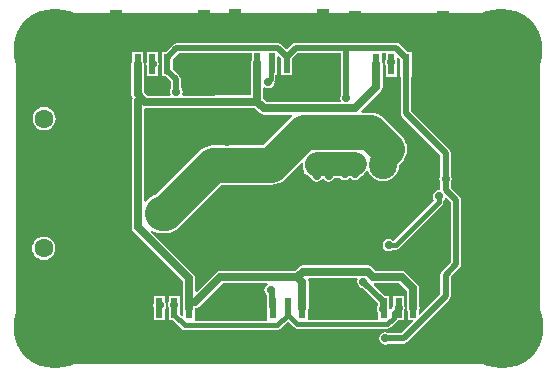
<source format=gbl>
G04*
G04 #@! TF.GenerationSoftware,Altium Limited,Altium Designer,21.6.1 (37)*
G04*
G04 Layer_Physical_Order=2*
G04 Layer_Color=16711680*
%FSLAX44Y44*%
%MOMM*%
G71*
G04*
G04 #@! TF.SameCoordinates,4777B8CB-E48F-4368-B68D-2058CC3BE4D0*
G04*
G04*
G04 #@! TF.FilePolarity,Positive*
G04*
G01*
G75*
%ADD31C,2.0000*%
%ADD32C,0.4000*%
%ADD34C,0.5000*%
%ADD35C,2.4000*%
G04:AMPARAMS|DCode=36|XSize=2.4mm|YSize=2.4mm|CornerRadius=0.36mm|HoleSize=0mm|Usage=FLASHONLY|Rotation=180.000|XOffset=0mm|YOffset=0mm|HoleType=Round|Shape=RoundedRectangle|*
%AMROUNDEDRECTD36*
21,1,2.4000,1.6800,0,0,180.0*
21,1,1.6800,2.4000,0,0,180.0*
1,1,0.7200,-0.8400,0.8400*
1,1,0.7200,0.8400,0.8400*
1,1,0.7200,0.8400,-0.8400*
1,1,0.7200,-0.8400,-0.8400*
%
%ADD36ROUNDEDRECTD36*%
%ADD37C,1.6000*%
G04:AMPARAMS|DCode=38|XSize=2.4mm|YSize=2.4mm|CornerRadius=0.6mm|HoleSize=0mm|Usage=FLASHONLY|Rotation=0.000|XOffset=0mm|YOffset=0mm|HoleType=Round|Shape=RoundedRectangle|*
%AMROUNDEDRECTD38*
21,1,2.4000,1.2000,0,0,0.0*
21,1,1.2000,2.4000,0,0,0.0*
1,1,1.2000,0.6000,-0.6000*
1,1,1.2000,-0.6000,-0.6000*
1,1,1.2000,-0.6000,0.6000*
1,1,1.2000,0.6000,0.6000*
%
%ADD38ROUNDEDRECTD38*%
%ADD39C,7.0000*%
%ADD40C,0.7000*%
%ADD41R,1.8200X1.1500*%
%ADD42R,1.0000X2.7000*%
%ADD43R,0.6000X1.7000*%
%ADD44C,0.7000*%
%ADD45C,3.0000*%
G36*
X1719000Y2834666D02*
X1719000Y2607000D01*
X1686000Y2574000D01*
X1299000D01*
X1275000Y2598000D01*
X1275000Y2835000D01*
X1312000Y2872000D01*
X1691000Y2872000D01*
X1719000Y2834666D01*
D02*
G37*
%LPC*%
G36*
X1597000Y2846282D02*
X1512000D01*
X1510361Y2845956D01*
X1508972Y2845028D01*
X1504500Y2840556D01*
X1500328Y2844728D01*
X1498939Y2845656D01*
X1497300Y2845982D01*
X1411200D01*
X1409561Y2845656D01*
X1408172Y2844728D01*
X1401894Y2838450D01*
X1398550D01*
Y2818050D01*
X1401894D01*
X1406335Y2813609D01*
Y2807378D01*
X1406102Y2807029D01*
X1405698Y2805000D01*
X1406102Y2802971D01*
X1406268Y2802722D01*
X1405670Y2801602D01*
X1386896D01*
X1383552Y2804946D01*
Y2828250D01*
X1383148Y2830279D01*
X1382950Y2830576D01*
Y2838450D01*
X1373550D01*
Y2830576D01*
X1373352Y2830279D01*
X1372948Y2828250D01*
Y2802750D01*
X1373352Y2800721D01*
X1374242Y2799388D01*
X1373902Y2798879D01*
X1373498Y2796850D01*
Y2690034D01*
X1373902Y2688004D01*
X1375051Y2686284D01*
X1416448Y2644887D01*
Y2626250D01*
Y2621750D01*
X1416852Y2619721D01*
X1417050Y2619424D01*
Y2615444D01*
X1415877Y2614958D01*
X1413950Y2616885D01*
Y2622424D01*
X1414148Y2622721D01*
X1414552Y2624750D01*
X1414148Y2626779D01*
X1413950Y2627076D01*
Y2631950D01*
X1404550D01*
Y2627076D01*
X1404352Y2626779D01*
X1403948Y2624750D01*
X1404352Y2622721D01*
X1404550Y2622424D01*
Y2611550D01*
X1408615D01*
X1415832Y2604333D01*
X1415832Y2604332D01*
X1417056Y2603515D01*
X1418500Y2603228D01*
X1496000D01*
X1496000Y2603228D01*
X1497444Y2603515D01*
X1498668Y2604332D01*
X1505250Y2610915D01*
X1510832Y2605333D01*
X1510832Y2605332D01*
X1512056Y2604515D01*
X1513500Y2604228D01*
X1513500Y2604228D01*
X1589732D01*
X1589733Y2604228D01*
X1591176Y2604515D01*
X1592400Y2605332D01*
X1597934Y2610866D01*
X1597934Y2610866D01*
X1598391Y2611550D01*
X1603950D01*
Y2619424D01*
X1604148Y2619721D01*
X1604552Y2621750D01*
X1604148Y2623779D01*
X1603950Y2624076D01*
Y2631950D01*
X1594550D01*
Y2624076D01*
X1594352Y2623779D01*
X1593956Y2621791D01*
X1592720Y2620555D01*
X1592215Y2620623D01*
X1591450Y2621001D01*
Y2631950D01*
X1587546D01*
X1578067Y2641428D01*
X1578594Y2642698D01*
X1599804D01*
X1605948Y2636554D01*
Y2622250D01*
X1606352Y2620221D01*
X1607050Y2619176D01*
Y2611550D01*
X1611274D01*
X1611760Y2610377D01*
X1601666Y2600282D01*
X1590951D01*
X1590029Y2600898D01*
X1588000Y2601302D01*
X1585971Y2600898D01*
X1584251Y2599749D01*
X1583102Y2598029D01*
X1582698Y2596000D01*
X1583102Y2593971D01*
X1584251Y2592251D01*
X1585971Y2591102D01*
X1588000Y2590698D01*
X1590029Y2591102D01*
X1590951Y2591718D01*
X1603440D01*
X1605078Y2592044D01*
X1606468Y2592972D01*
X1642028Y2628532D01*
X1642956Y2629922D01*
X1643282Y2631560D01*
Y2648195D01*
X1650758Y2655670D01*
X1651686Y2657060D01*
X1652012Y2658699D01*
Y2713159D01*
X1651686Y2714798D01*
X1650758Y2716187D01*
X1643282Y2723663D01*
Y2728049D01*
X1643898Y2728971D01*
X1644302Y2731000D01*
X1643898Y2733029D01*
X1643282Y2733951D01*
Y2753264D01*
X1642956Y2754903D01*
X1642028Y2756293D01*
X1609782Y2788539D01*
Y2817800D01*
X1610200D01*
Y2838200D01*
X1606856D01*
X1600028Y2845028D01*
X1598639Y2845956D01*
X1597000Y2846282D01*
D02*
G37*
G36*
X1395450Y2838450D02*
X1386050D01*
Y2830269D01*
X1385698Y2828500D01*
X1386050Y2826731D01*
Y2818050D01*
X1395450D01*
Y2825800D01*
X1395898Y2826471D01*
X1396302Y2828500D01*
X1395898Y2830529D01*
X1395450Y2831200D01*
Y2838450D01*
D02*
G37*
G36*
X1299178Y2792026D02*
X1296646Y2791692D01*
X1294286Y2790715D01*
X1292260Y2789160D01*
X1290705Y2787134D01*
X1289728Y2784774D01*
X1289394Y2782242D01*
X1289728Y2779710D01*
X1290705Y2777350D01*
X1292260Y2775324D01*
X1294286Y2773769D01*
X1296646Y2772792D01*
X1299178Y2772458D01*
X1301710Y2772792D01*
X1304070Y2773769D01*
X1306096Y2775324D01*
X1307651Y2777350D01*
X1308628Y2779710D01*
X1308962Y2782242D01*
X1308628Y2784774D01*
X1307651Y2787134D01*
X1306096Y2789160D01*
X1304070Y2790715D01*
X1301710Y2791692D01*
X1299178Y2792026D01*
D02*
G37*
G36*
X1298670Y2682044D02*
X1296138Y2681710D01*
X1293778Y2680733D01*
X1291752Y2679178D01*
X1290197Y2677152D01*
X1289220Y2674792D01*
X1288886Y2672260D01*
X1289220Y2669728D01*
X1290197Y2667368D01*
X1291752Y2665342D01*
X1293778Y2663787D01*
X1296138Y2662810D01*
X1298670Y2662476D01*
X1301202Y2662810D01*
X1303562Y2663787D01*
X1305588Y2665342D01*
X1307143Y2667368D01*
X1308120Y2669728D01*
X1308454Y2672260D01*
X1308120Y2674792D01*
X1307143Y2677152D01*
X1305588Y2679178D01*
X1303562Y2680733D01*
X1301202Y2681710D01*
X1298670Y2682044D01*
D02*
G37*
G36*
X1401450Y2631950D02*
X1392050D01*
Y2625769D01*
X1391698Y2624000D01*
X1392050Y2622231D01*
Y2611550D01*
X1401450D01*
Y2621300D01*
X1401898Y2621971D01*
X1402302Y2624000D01*
X1401898Y2626029D01*
X1401450Y2626700D01*
Y2631950D01*
D02*
G37*
%LPD*%
G36*
X1550218Y2821246D02*
X1550544Y2819607D01*
X1550718Y2819346D01*
Y2802401D01*
X1550102Y2801479D01*
X1549698Y2799450D01*
X1550102Y2797421D01*
X1550268Y2797172D01*
X1549669Y2796052D01*
X1487446D01*
X1484802Y2798696D01*
Y2808024D01*
X1486072Y2808702D01*
X1486971Y2808102D01*
X1489000Y2807698D01*
X1491029Y2808102D01*
X1492749Y2809251D01*
X1493898Y2810971D01*
X1494302Y2813000D01*
X1494134Y2813843D01*
X1494485Y2814368D01*
X1494772Y2815812D01*
Y2818800D01*
X1496700D01*
Y2834585D01*
X1497873Y2835071D01*
X1499800Y2833144D01*
Y2818800D01*
X1509200D01*
Y2833144D01*
X1513774Y2837718D01*
X1550218D01*
Y2821246D01*
D02*
G37*
G36*
X1474800Y2831326D02*
X1474602Y2831029D01*
X1474198Y2829000D01*
Y2801802D01*
X1443548D01*
X1442543Y2801602D01*
X1416331D01*
X1415732Y2802722D01*
X1415898Y2802971D01*
X1416302Y2805000D01*
X1415898Y2807029D01*
X1414900Y2808524D01*
Y2815383D01*
X1414574Y2817021D01*
X1413645Y2818411D01*
X1407950Y2824106D01*
Y2832394D01*
X1412974Y2837418D01*
X1474800D01*
Y2831326D01*
D02*
G37*
G36*
X1481501Y2787001D02*
X1483221Y2785852D01*
X1485250Y2785448D01*
X1509060D01*
X1509514Y2784178D01*
X1507367Y2782416D01*
X1484582Y2759631D01*
X1456200D01*
X1453600Y2759375D01*
X1451000Y2759631D01*
X1442233D01*
X1438959Y2759308D01*
X1435811Y2758353D01*
X1432910Y2756803D01*
X1430367Y2754716D01*
X1393405Y2717754D01*
X1392578Y2717503D01*
X1389677Y2715953D01*
X1387134Y2713866D01*
X1385372Y2711718D01*
X1384102Y2712173D01*
Y2790507D01*
X1384700Y2790998D01*
X1443348D01*
X1444354Y2791198D01*
X1477304D01*
X1481501Y2787001D01*
D02*
G37*
G36*
X1588300Y2832326D02*
X1588102Y2832029D01*
X1587698Y2830000D01*
X1588102Y2827971D01*
X1588300Y2827674D01*
Y2817800D01*
X1597700D01*
Y2827674D01*
X1597898Y2827971D01*
X1598302Y2830000D01*
X1597898Y2832029D01*
X1597700Y2832326D01*
Y2833585D01*
X1598873Y2834071D01*
X1600800Y2832144D01*
Y2817800D01*
X1601218D01*
Y2786765D01*
X1601544Y2785126D01*
X1602472Y2783737D01*
X1634718Y2751491D01*
Y2733951D01*
X1634102Y2733029D01*
X1633698Y2731000D01*
X1634102Y2728971D01*
X1634718Y2728049D01*
Y2722855D01*
X1633500Y2721802D01*
X1631471Y2721398D01*
X1629751Y2720249D01*
X1628602Y2718529D01*
X1628198Y2716500D01*
X1628602Y2714471D01*
X1629510Y2713112D01*
Y2712845D01*
X1595437Y2678773D01*
X1594714D01*
X1593029Y2679898D01*
X1591000Y2680302D01*
X1588971Y2679898D01*
X1587251Y2678749D01*
X1586102Y2677029D01*
X1585698Y2675000D01*
X1586102Y2672971D01*
X1587251Y2671251D01*
X1588971Y2670102D01*
X1591000Y2669698D01*
X1593029Y2670102D01*
X1594714Y2671227D01*
X1597000D01*
X1597000Y2671227D01*
X1598444Y2671515D01*
X1599668Y2672332D01*
X1635950Y2708615D01*
X1636768Y2709839D01*
X1637055Y2711282D01*
X1637055Y2711283D01*
Y2712621D01*
X1637249Y2712751D01*
X1638398Y2714471D01*
X1638461Y2714788D01*
X1639677Y2715157D01*
X1643448Y2711385D01*
Y2660472D01*
X1635972Y2652997D01*
X1635044Y2651607D01*
X1634718Y2649969D01*
Y2633334D01*
X1617623Y2616240D01*
X1616450Y2616726D01*
Y2619424D01*
X1616648Y2619721D01*
X1617052Y2621750D01*
X1616648Y2623779D01*
X1616552Y2623923D01*
Y2638750D01*
X1616148Y2640779D01*
X1614999Y2642499D01*
X1605749Y2651749D01*
X1604029Y2652898D01*
X1602000Y2653302D01*
X1579939D01*
X1576792Y2656449D01*
X1575072Y2657598D01*
X1573043Y2658002D01*
X1518349D01*
X1516320Y2657598D01*
X1514601Y2656449D01*
X1511453Y2653302D01*
X1448000D01*
X1445971Y2652898D01*
X1444251Y2651749D01*
X1428225Y2635723D01*
X1427052Y2636209D01*
Y2647084D01*
X1426648Y2649113D01*
X1425499Y2650833D01*
X1389779Y2686553D01*
X1390543Y2687584D01*
X1392578Y2686497D01*
X1395726Y2685542D01*
X1399000Y2685219D01*
X1401383D01*
X1404656Y2685542D01*
X1407804Y2686497D01*
X1410706Y2688047D01*
X1413248Y2690134D01*
X1449184Y2726069D01*
X1451000D01*
X1453600Y2726325D01*
X1456200Y2726069D01*
X1491533D01*
X1494806Y2726392D01*
X1497954Y2727346D01*
X1500856Y2728897D01*
X1503398Y2730984D01*
X1517169Y2744755D01*
X1518372Y2744161D01*
X1518199Y2742850D01*
X1518601Y2739796D01*
X1519200Y2738350D01*
Y2735400D01*
X1520969D01*
X1521655Y2734506D01*
X1524099Y2732630D01*
X1525092Y2732219D01*
X1525147Y2731943D01*
X1526296Y2730223D01*
X1528016Y2729074D01*
X1530045Y2728670D01*
X1532074Y2729074D01*
X1533794Y2730223D01*
X1534281Y2730952D01*
X1535809D01*
X1536296Y2730223D01*
X1538016Y2729074D01*
X1540045Y2728670D01*
X1542074Y2729074D01*
X1543794Y2730223D01*
X1544943Y2731943D01*
X1544964Y2732049D01*
X1549738D01*
X1549951Y2731729D01*
X1551672Y2730580D01*
X1553701Y2730176D01*
X1555730Y2730580D01*
X1557449Y2731729D01*
X1558555Y2731650D01*
X1560275Y2730501D01*
X1562304Y2730097D01*
X1564333Y2730501D01*
X1566053Y2731650D01*
X1567175Y2733330D01*
X1567901Y2733630D01*
X1570345Y2735505D01*
X1572005Y2737669D01*
X1573367Y2737698D01*
X1574033Y2736091D01*
X1576229Y2733229D01*
X1579091Y2731033D01*
X1582424Y2729653D01*
X1586000Y2729182D01*
X1589576Y2729653D01*
X1592909Y2731033D01*
X1595771Y2733229D01*
X1597967Y2736091D01*
X1599347Y2739424D01*
X1599818Y2743000D01*
X1599801Y2743134D01*
X1601442Y2744482D01*
X1603529Y2747025D01*
X1605080Y2749926D01*
X1606035Y2753074D01*
X1606357Y2756347D01*
X1606035Y2759621D01*
X1605080Y2762769D01*
X1603529Y2765670D01*
X1601442Y2768213D01*
X1587240Y2782416D01*
X1584697Y2784503D01*
X1581796Y2786053D01*
X1578648Y2787008D01*
X1575374Y2787331D01*
X1567988D01*
X1567502Y2788504D01*
X1584249Y2805251D01*
X1585398Y2806971D01*
X1585802Y2809000D01*
Y2828000D01*
X1585398Y2830029D01*
X1585200Y2830326D01*
Y2837718D01*
X1588300D01*
Y2832326D01*
D02*
G37*
G36*
X1564708Y2646278D02*
X1564541Y2646029D01*
X1564138Y2644000D01*
X1564541Y2641971D01*
X1565691Y2640251D01*
X1567411Y2639102D01*
X1568498Y2638885D01*
X1581718Y2625666D01*
Y2623951D01*
X1581102Y2623029D01*
X1580698Y2621000D01*
X1581102Y2618971D01*
X1582050Y2617552D01*
Y2611772D01*
X1522450D01*
Y2619424D01*
X1522648Y2619721D01*
X1523052Y2621750D01*
Y2643900D01*
X1522648Y2645928D01*
X1522415Y2646278D01*
X1523013Y2647398D01*
X1564109D01*
X1564708Y2646278D01*
D02*
G37*
G36*
X1488267Y2641428D02*
X1487251Y2640749D01*
X1486102Y2639029D01*
X1485698Y2637000D01*
X1486102Y2634971D01*
X1487251Y2633251D01*
X1487968Y2632772D01*
Y2622250D01*
X1488050Y2621837D01*
Y2611550D01*
X1487102Y2610772D01*
X1427398D01*
X1426450Y2611550D01*
Y2619424D01*
X1426648Y2619721D01*
X1427002Y2621498D01*
X1428779Y2621852D01*
X1430499Y2623001D01*
X1450196Y2642698D01*
X1487882D01*
X1488267Y2641428D01*
D02*
G37*
D31*
X1531000Y2743850D02*
X1562000D01*
X1530500Y2743350D02*
X1531000Y2743850D01*
X1530000Y2742850D02*
X1530500Y2743350D01*
D32*
X1591000Y2675000D02*
X1597000D01*
X1633282Y2711282D01*
Y2716282D02*
X1633500Y2716500D01*
X1633282Y2711282D02*
Y2716282D01*
X1513500Y2608000D02*
X1589733D01*
X1505250Y2616250D02*
X1513500Y2608000D01*
X1589733D02*
X1595266Y2613534D01*
Y2617766D02*
X1599250Y2621750D01*
X1595266Y2613534D02*
Y2617766D01*
X1409250Y2621750D02*
Y2624750D01*
X1418500Y2607000D02*
X1496000D01*
X1409250Y2616250D02*
X1418500Y2607000D01*
X1409250Y2616250D02*
Y2621750D01*
X1496000Y2607000D02*
X1505250Y2616250D01*
Y2621750D01*
X1491000Y2815812D02*
Y2828000D01*
X1492000Y2829000D01*
D34*
X1605500Y2786765D02*
X1639000Y2753264D01*
Y2721889D02*
Y2753264D01*
X1605500Y2786765D02*
Y2833500D01*
X1554500Y2821246D02*
X1555000Y2820746D01*
Y2799450D02*
Y2820746D01*
X1554500Y2821246D02*
Y2842000D01*
X1410617Y2805383D02*
X1411000Y2805000D01*
X1410617Y2805383D02*
Y2815383D01*
X1403250Y2822750D02*
Y2828250D01*
Y2822750D02*
X1410617Y2815383D01*
X1639000Y2649969D02*
X1647730Y2658699D01*
Y2713159D01*
X1639000Y2631560D02*
Y2649969D01*
Y2721889D02*
X1647730Y2713159D01*
X1603440Y2596000D02*
X1639000Y2631560D01*
X1547750Y2620750D02*
X1548750Y2621750D01*
X1574250D01*
X1586000Y2621000D02*
Y2627440D01*
X1588000Y2596000D02*
X1603440D01*
X1554500Y2842000D02*
X1597000D01*
X1512000D02*
X1554500D01*
X1597000D02*
X1605500Y2833500D01*
X1504500Y2834500D02*
X1512000Y2842000D01*
X1504500Y2829000D02*
Y2834500D01*
X1411200Y2841700D02*
X1497300D01*
X1504500Y2834500D01*
X1403250Y2833750D02*
X1411200Y2841700D01*
X1403250Y2828250D02*
Y2833750D01*
X1569440Y2644000D02*
X1586000Y2627440D01*
X1491000Y2636459D02*
Y2637000D01*
Y2636459D02*
X1492250Y2635209D01*
Y2622250D02*
Y2635209D01*
Y2622250D02*
X1492750Y2621750D01*
D35*
X1586000Y2743000D02*
D03*
X1399000Y2702000D02*
D03*
D36*
X1586000Y2694000D02*
D03*
D37*
X1636038Y2773480D02*
D03*
X1635530Y2663752D02*
D03*
X1299178Y2782242D02*
D03*
X1298670Y2672260D02*
D03*
D38*
X1399000Y2751000D02*
D03*
D39*
X1687000Y2606000D02*
D03*
X1686000Y2840000D02*
D03*
X1308000Y2606000D02*
D03*
Y2840000D02*
D03*
D40*
X1710001Y2800002D02*
D03*
Y2760002D02*
D03*
Y2740002D02*
D03*
Y2720002D02*
D03*
Y2700002D02*
D03*
Y2680002D02*
D03*
X1700001Y2800002D02*
D03*
Y2760002D02*
D03*
X1705001Y2750002D02*
D03*
X1700001Y2740002D02*
D03*
X1705001Y2730002D02*
D03*
X1700001Y2720002D02*
D03*
X1705001Y2710002D02*
D03*
X1700001Y2700002D02*
D03*
X1705001Y2690002D02*
D03*
X1700001Y2680002D02*
D03*
X1690001Y2760002D02*
D03*
X1695001Y2750002D02*
D03*
X1690001Y2740002D02*
D03*
X1695001Y2730002D02*
D03*
X1690001Y2720002D02*
D03*
X1695001Y2710002D02*
D03*
X1690001Y2700002D02*
D03*
X1695001Y2690002D02*
D03*
X1690001Y2680002D02*
D03*
X1680001Y2760002D02*
D03*
X1685001Y2750002D02*
D03*
X1680001Y2740002D02*
D03*
X1685001Y2730002D02*
D03*
X1680001Y2720002D02*
D03*
X1685001Y2710002D02*
D03*
X1680001Y2700002D02*
D03*
X1685001Y2690002D02*
D03*
X1680001Y2680002D02*
D03*
X1670001Y2800002D02*
D03*
Y2760002D02*
D03*
X1675001Y2750002D02*
D03*
X1670001Y2740002D02*
D03*
X1675001Y2730002D02*
D03*
X1670001Y2720002D02*
D03*
X1675001Y2710002D02*
D03*
X1670001Y2700002D02*
D03*
X1675001Y2690002D02*
D03*
X1670001Y2680002D02*
D03*
X1660001Y2800002D02*
D03*
Y2780002D02*
D03*
X1665001Y2770002D02*
D03*
Y2750002D02*
D03*
Y2730002D02*
D03*
Y2710002D02*
D03*
Y2690002D02*
D03*
X1660001Y2660002D02*
D03*
X1665001Y2650002D02*
D03*
X1660001Y2640002D02*
D03*
X1655001Y2810002D02*
D03*
X1650001Y2800002D02*
D03*
X1655001Y2790002D02*
D03*
X1650001Y2780002D02*
D03*
X1655001Y2650002D02*
D03*
X1650001Y2640002D02*
D03*
X1640001Y2840002D02*
D03*
X1645001Y2830002D02*
D03*
X1640001Y2820002D02*
D03*
X1645001Y2810002D02*
D03*
X1640001Y2800002D02*
D03*
X1645001Y2790002D02*
D03*
Y2610002D02*
D03*
Y2590002D02*
D03*
X1635001Y2810002D02*
D03*
Y2790002D02*
D03*
X1620001Y2660002D02*
D03*
X1625001Y2650002D02*
D03*
X1615001Y2670002D02*
D03*
X1610001Y2660002D02*
D03*
X1600001Y2860002D02*
D03*
X1605001Y2850002D02*
D03*
X1590001Y2860002D02*
D03*
X1580001D02*
D03*
X1570001Y2680002D02*
D03*
X1575001Y2590002D02*
D03*
X1560001Y2700002D02*
D03*
X1565001Y2690002D02*
D03*
X1560001Y2680002D02*
D03*
X1550001Y2860002D02*
D03*
X1555001Y2690002D02*
D03*
X1550001Y2680002D02*
D03*
X1540001D02*
D03*
X1535001Y2830002D02*
D03*
X1520001Y2860002D02*
D03*
X1525001Y2590002D02*
D03*
X1490001Y2780002D02*
D03*
X1495001Y2690002D02*
D03*
X1490001Y2660002D02*
D03*
X1480001Y2780002D02*
D03*
X1485001Y2690002D02*
D03*
X1480001Y2660002D02*
D03*
X1470001Y2780002D02*
D03*
X1475001Y2690002D02*
D03*
X1470001Y2660002D02*
D03*
X1460001Y2620002D02*
D03*
X1450001Y2860002D02*
D03*
X1455001Y2830002D02*
D03*
X1450001Y2620002D02*
D03*
X1445001Y2830002D02*
D03*
X1440001Y2620002D02*
D03*
X1435001Y2830002D02*
D03*
Y2690002D02*
D03*
X1420001Y2860002D02*
D03*
X1425001Y2830002D02*
D03*
Y2770002D02*
D03*
X1420001Y2760002D02*
D03*
X1425001Y2690002D02*
D03*
Y2590002D02*
D03*
X1410001Y2860002D02*
D03*
X1415001Y2770002D02*
D03*
X1410001Y2600002D02*
D03*
X1415001Y2590002D02*
D03*
X1400001Y2860002D02*
D03*
X1405001Y2850002D02*
D03*
Y2770002D02*
D03*
X1400001Y2600002D02*
D03*
X1405001Y2590002D02*
D03*
X1390001Y2860002D02*
D03*
X1395001Y2850002D02*
D03*
Y2770002D02*
D03*
Y2730002D02*
D03*
X1390001Y2600002D02*
D03*
X1395001Y2590002D02*
D03*
X1380001Y2860002D02*
D03*
X1385001Y2850002D02*
D03*
X1380001Y2600002D02*
D03*
X1385001Y2590002D02*
D03*
X1375001Y2850002D02*
D03*
X1370001Y2680002D02*
D03*
X1375001Y2630002D02*
D03*
Y2610002D02*
D03*
X1365001Y2810002D02*
D03*
X1360001Y2800002D02*
D03*
X1365001Y2790002D02*
D03*
X1360001Y2780002D02*
D03*
X1365001Y2770002D02*
D03*
X1360001Y2760002D02*
D03*
X1365001Y2750002D02*
D03*
X1360001Y2740002D02*
D03*
X1365001Y2730002D02*
D03*
X1360001Y2720002D02*
D03*
X1365001Y2710002D02*
D03*
X1360001Y2700002D02*
D03*
X1365001Y2690002D02*
D03*
X1360001Y2680002D02*
D03*
X1365001Y2670002D02*
D03*
X1360001Y2660002D02*
D03*
X1365001Y2650002D02*
D03*
X1360001Y2640002D02*
D03*
X1365001Y2630002D02*
D03*
X1355001Y2810002D02*
D03*
X1350001Y2800002D02*
D03*
X1355001Y2790002D02*
D03*
X1350001Y2780002D02*
D03*
X1355001Y2770002D02*
D03*
X1350001Y2760002D02*
D03*
X1355001Y2750002D02*
D03*
X1350001Y2740002D02*
D03*
X1355001Y2730002D02*
D03*
X1350001Y2720002D02*
D03*
X1355001Y2710002D02*
D03*
X1350001Y2700002D02*
D03*
X1355001Y2690002D02*
D03*
X1350001Y2680002D02*
D03*
X1355001Y2670002D02*
D03*
X1350001Y2660002D02*
D03*
X1355001Y2650002D02*
D03*
X1350001Y2640002D02*
D03*
X1355001Y2630002D02*
D03*
X1345001Y2810002D02*
D03*
X1340001Y2800002D02*
D03*
X1345001Y2790002D02*
D03*
X1340001Y2780002D02*
D03*
X1345001Y2770002D02*
D03*
X1340001Y2760002D02*
D03*
X1345001Y2750002D02*
D03*
X1340001Y2740002D02*
D03*
X1345001Y2730002D02*
D03*
X1340001Y2720002D02*
D03*
X1345001Y2710002D02*
D03*
X1340001Y2700002D02*
D03*
X1345001Y2690002D02*
D03*
X1340001Y2680002D02*
D03*
X1345001Y2670002D02*
D03*
X1340001Y2660002D02*
D03*
X1345001Y2650002D02*
D03*
X1340001Y2640002D02*
D03*
X1345001Y2630002D02*
D03*
X1330001Y2800002D02*
D03*
X1335001Y2790002D02*
D03*
X1330001Y2780002D02*
D03*
X1335001Y2770002D02*
D03*
X1330001Y2760002D02*
D03*
X1335001Y2750002D02*
D03*
X1330001Y2740002D02*
D03*
X1335001Y2730002D02*
D03*
X1330001Y2720002D02*
D03*
X1335001Y2710002D02*
D03*
X1330001Y2700002D02*
D03*
X1335001Y2690002D02*
D03*
X1330001Y2680002D02*
D03*
X1335001Y2670002D02*
D03*
X1330001Y2660002D02*
D03*
X1335001Y2650002D02*
D03*
X1325001Y2790002D02*
D03*
X1320001Y2780002D02*
D03*
X1325001Y2770002D02*
D03*
X1320001Y2760002D02*
D03*
X1325001Y2750002D02*
D03*
X1320001Y2740002D02*
D03*
X1325001Y2730002D02*
D03*
X1320001Y2720002D02*
D03*
X1325001Y2710002D02*
D03*
X1320001Y2700002D02*
D03*
X1325001Y2690002D02*
D03*
X1320001Y2680002D02*
D03*
X1325001Y2670002D02*
D03*
X1320001Y2660002D02*
D03*
X1325001Y2650002D02*
D03*
X1315001Y2790002D02*
D03*
Y2770002D02*
D03*
X1310001Y2760002D02*
D03*
X1315001Y2750002D02*
D03*
X1310001Y2740002D02*
D03*
X1315001Y2730002D02*
D03*
X1310001Y2720002D02*
D03*
X1315001Y2710002D02*
D03*
X1310001Y2700002D02*
D03*
X1315001Y2690002D02*
D03*
Y2670002D02*
D03*
X1310001Y2660002D02*
D03*
X1315001Y2650002D02*
D03*
X1300001Y2760002D02*
D03*
X1305001Y2750002D02*
D03*
X1300001Y2740002D02*
D03*
X1305001Y2730002D02*
D03*
X1300001Y2720002D02*
D03*
X1305001Y2710002D02*
D03*
X1300001Y2700002D02*
D03*
X1305001Y2690002D02*
D03*
Y2650002D02*
D03*
X1290001Y2800002D02*
D03*
Y2760002D02*
D03*
X1295001Y2750002D02*
D03*
X1290001Y2740002D02*
D03*
X1295001Y2730002D02*
D03*
X1290001Y2720002D02*
D03*
X1295001Y2710002D02*
D03*
X1290001Y2700002D02*
D03*
X1295001Y2690002D02*
D03*
Y2650002D02*
D03*
X1285001Y2790002D02*
D03*
Y2770002D02*
D03*
Y2750002D02*
D03*
Y2730002D02*
D03*
Y2710002D02*
D03*
Y2690002D02*
D03*
Y2650002D02*
D03*
X1591000Y2675000D02*
D03*
X1540045Y2733972D02*
D03*
Y2742972D02*
D03*
X1553701Y2735478D02*
D03*
X1553045Y2743972D02*
D03*
X1562000Y2743850D02*
D03*
X1466739Y2733914D02*
D03*
X1477739Y2731913D02*
D03*
X1477739Y2742764D02*
D03*
X1466839D02*
D03*
X1486739Y2742914D02*
D03*
X1487739Y2731913D02*
D03*
X1456200Y2733550D02*
D03*
X1455939Y2742764D02*
D03*
X1562304Y2735399D02*
D03*
X1530045Y2733972D02*
D03*
X1555000Y2799450D02*
D03*
X1444739Y2732914D02*
D03*
X1446356Y2742764D02*
D03*
X1411000Y2805000D02*
D03*
X1530500Y2743350D02*
D03*
X1593000Y2830000D02*
D03*
X1547750Y2620750D02*
D03*
X1588000Y2596000D02*
D03*
X1639000Y2731000D02*
D03*
X1569440Y2644000D02*
D03*
X1586000Y2621000D02*
D03*
X1491000Y2637000D02*
D03*
X1397000Y2624000D02*
D03*
X1409250Y2624750D02*
D03*
X1599250Y2621750D02*
D03*
X1633500Y2716500D02*
D03*
X1489000Y2813000D02*
D03*
X1391000Y2828500D02*
D03*
D41*
X1478000Y2713150D02*
D03*
Y2742850D02*
D03*
X1451000Y2713150D02*
D03*
Y2742850D02*
D03*
X1530000Y2713150D02*
D03*
Y2742850D02*
D03*
X1556000Y2712150D02*
D03*
Y2741850D02*
D03*
D42*
X1461750Y2589750D02*
D03*
X1536250D02*
D03*
X1535500Y2861000D02*
D03*
X1461000D02*
D03*
X1434250Y2860250D02*
D03*
X1359750D02*
D03*
X1636500Y2860000D02*
D03*
X1562000D02*
D03*
X1555750Y2589750D02*
D03*
X1630250D02*
D03*
X1365750D02*
D03*
X1440250D02*
D03*
D43*
X1480250Y2621750D02*
D03*
X1492750D02*
D03*
X1517750D02*
D03*
X1505250D02*
D03*
X1517000Y2829000D02*
D03*
X1504500D02*
D03*
X1479500D02*
D03*
X1492000D02*
D03*
X1415750Y2828250D02*
D03*
X1403250D02*
D03*
X1378250D02*
D03*
X1390750D02*
D03*
X1618000Y2828000D02*
D03*
X1605500D02*
D03*
X1580500D02*
D03*
X1593000D02*
D03*
X1574250Y2621750D02*
D03*
X1586750D02*
D03*
X1611750D02*
D03*
X1599250D02*
D03*
X1384250D02*
D03*
X1396750D02*
D03*
X1421750D02*
D03*
X1409250D02*
D03*
D44*
X1421750Y2626250D02*
Y2647084D01*
X1381475Y2799525D02*
X1384700Y2796300D01*
X1378250Y2802750D02*
X1381475Y2799525D01*
X1378800Y2690034D02*
X1421750Y2647084D01*
X1378800Y2690034D02*
Y2796850D01*
X1381475Y2799525D01*
X1485250Y2790750D02*
X1562250D01*
X1580500Y2809000D01*
Y2828000D01*
X1479500Y2796500D02*
X1485250Y2790750D01*
X1384700Y2796300D02*
X1443348D01*
X1378250Y2802750D02*
Y2828250D01*
X1443348Y2796300D02*
X1443548Y2796500D01*
X1479500D01*
X1577743Y2648000D02*
X1602000D01*
X1573043Y2652700D02*
X1577743Y2648000D01*
X1518349Y2652700D02*
X1573043D01*
X1513649Y2648000D02*
X1518349Y2652700D01*
X1479500Y2796500D02*
Y2829000D01*
X1602000Y2648000D02*
X1611250Y2638750D01*
Y2622250D02*
Y2638750D01*
Y2622250D02*
X1611750Y2621750D01*
X1517750D02*
Y2643900D01*
X1513649Y2648000D02*
X1517750Y2643900D01*
X1448000Y2648000D02*
X1513649D01*
X1426750Y2626750D02*
X1448000Y2648000D01*
X1422250Y2626750D02*
X1426750D01*
X1421750Y2626250D02*
X1422250Y2626750D01*
X1421750Y2621750D02*
Y2626250D01*
D45*
X1401383Y2702000D02*
X1442233Y2742850D01*
X1451000D01*
X1456200D02*
X1478000D01*
X1491533D01*
X1519233Y2770550D02*
X1575374D01*
X1589576Y2756347D01*
X1491533Y2742850D02*
X1519233Y2770550D01*
X1399000Y2702000D02*
X1401383D01*
M02*

</source>
